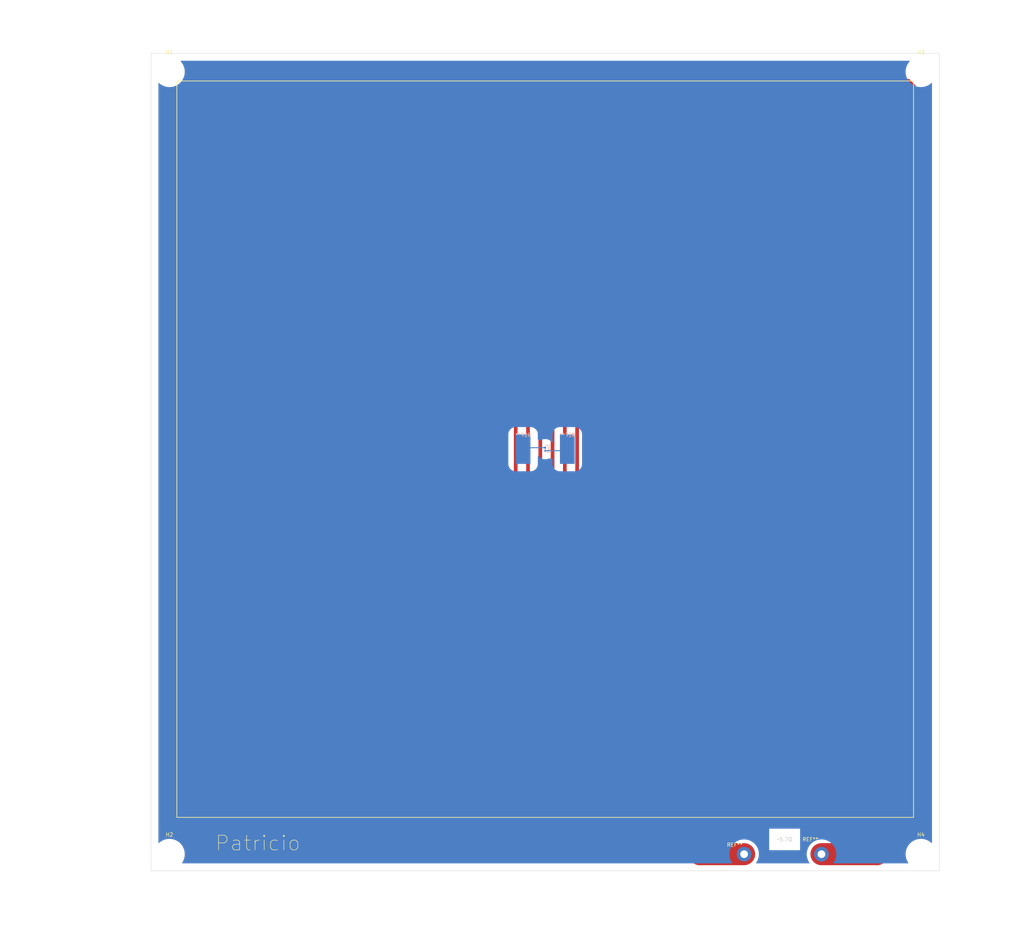
<source format=kicad_pcb>
(kicad_pcb (version 20211014) (generator pcbnew)
  (layers (0 "F.Cu" signal) (31 "B.Cu" signal) (34 "B.Paste" user) (35 "F.Paste" user) (36 "B.SilkS" user "B.Silkscreen") (37 "F.SilkS" user "F.Silkscreen") (38 "B.Mask" user) (39 "F.Mask" user) (44 "Edge.Cuts" user))
  (net 0 "")
  (net 1 "unconnected-(TH1-Pad1)")
  (net 2 "unconnected-(TH1-Pad2)")
  (footprint "MountingHole:MountingHole_4.3mm_M4" (layer "F.Cu") (at 244 262.5)
    (fp_text reference "H3" (at 0 -5.3) (layer "F.SilkS"))
    (fp_text value "MountingHole")
    (pad "" np_thru_hole circle (at 0 0) (size 4.3 4.3) (drill 4.3) (layers *.Cu *.Mask))
  )
  (footprint "My_library:through-hole-pad-bed" (layer "F.Cu") (at 196 475)
    (fp_text reference "REF**" (at -2.54 -2.54 unlocked) (layer "F.SilkS"))
    (fp_text value "through-hole-pad-bed")
    (pad "1" thru_hole circle (at 0 0) (size 4 4) (drill 2.1) (layers *.Cu *.Mask))
  )
  (footprint "MountingHole:MountingHole_4.3mm_M4" (layer "F.Cu") (at 40 475)
    (fp_text reference "H2" (at 0 -5.3) (layer "F.SilkS"))
    (fp_text value "MountingHole")
    (pad "" np_thru_hole circle (at 0 0) (size 4.3 4.3) (drill 4.3) (layers *.Cu *.Mask))
  )
  (footprint "MountingHole:MountingHole_4.3mm_M4" (layer "F.Cu") (at 40 262.5)
    (fp_text reference "H1" (at 0 -5.3) (layer "F.SilkS"))
    (fp_text value "MountingHole")
    (pad "" np_thru_hole circle (at 0 0) (size 4.3 4.3) (drill 4.3) (layers *.Cu *.Mask))
  )
  (footprint "My_library:through-hole-pad-bed" (layer "F.Cu") (at 217 475)
    (fp_text reference "REF**" (at -3 -4 unlocked) (layer "F.SilkS"))
    (fp_text value "through-hole-pad-bed")
    (pad "1" thru_hole circle (at 0 0) (size 4 4) (drill 2.1) (layers *.Cu *.Mask))
  )
  (footprint "MountingHole:MountingHole_4.3mm_M4" (layer "F.Cu") (at 244 475)
    (fp_text reference "H4" (at 0 -5.3) (layer "F.SilkS"))
    (fp_text value "MountingHole")
    (pad "" np_thru_hole circle (at 0 0) (size 4.3 4.3) (drill 4.3) (layers *.Cu *.Mask))
  )
  (footprint "Resistor_SMD:R_0201_0603Metric_Pad0.64x0.40mm_HandSolder" (layer "B.Cu") (at 142 365 90)
    (fp_text reference "TH1" (at 0 1.05 90) (layer "B.SilkS") (effects (justify mirror)))
    (fp_text value "Thermistor")
    (pad "1" smd roundrect (at -0.4075 0 90) (size 0.635 0.4) (layers "B.Cu" "B.Mask") (net 1 "unconnected-(TH1-Pad1)"))
    (pad "2" smd roundrect (at 0.4075 0 90) (size 0.635 0.4) (layers "B.Cu" "B.Mask") (net 2 "unconnected-(TH1-Pad2)"))
  )
  (footprint "Connector_Wire:SolderWirePad_1x01_SMD_5x10mm" (layer "B.Cu") (at 136 365 180)
    (fp_text reference "REF**" (at 0 3.81) (layer "B.SilkS") (effects (justify mirror)))
    (fp_text value "SolderWirePad_1x01_SMD_5x10mm")
    (pad "1" smd rect (at 0 0 180) (size 4 8) (layers "B.Cu" "B.Paste" "B.Mask") (net 2 "unconnected-(TH1-Pad2)"))
  )
  (footprint "Connector_Wire:SolderWirePad_1x01_SMD_5x10mm" (layer "B.Cu") (at 148 365 180)
    (fp_text reference "REF**" (at 0 3.81) (layer "B.SilkS") (effects (justify mirror)))
    (fp_text value "SolderWirePad_1x01_SMD_5x10mm")
    (pad "1" smd rect (at 0 0 180) (size 4 8) (layers "B.Cu" "B.Paste" "B.Mask") (net 1 "unconnected-(TH1-Pad1)"))
  )
  (gr_rect (start 42 465) (end 242 265) (layer "F.SilkS") (width 0.2) (fill none))
  (gr_rect (start 249 257.5) (end 35 479.5) (layer "Edge.Cuts") (width 0.1) (fill none))
  (gr_text "Patricio" (at 64 472) (layer "F.SilkS") (effects (font (size 4 4))))
  (gr_text "~5.7Ω" (at 207 471) (layer "Edge.Cuts") (effects (font (size 1 1))))
  (segment (start 137.333348 265) (end 137.333348 466) (width 1) (layer "F.Cu") (net 0))
  (segment (start 44.000024 465) (end 44.000024 465.333334) (width 1) (layer "F.Cu") (net 0))
  (segment (start 240.666671 265) (end 237.333338 265) (width 1) (layer "F.Cu") (net 0))
  (segment (start 242 465) (end 242 266.333329) (width 1) (layer "F.Cu") (net 0))
  (segment (start 170.666678 465) (end 167.333345 465) (width 1) (layer "F.Cu") (net 0))
  (segment (start 127.333349 265) (end 124.000016 265) (width 1) (layer "F.Cu") (net 0))
  (segment (start 77.333354 266) (end 77.333354 465) (width 1) (layer "F.Cu") (net 0))
  (segment (start 227.333339 465) (end 227.333339 265) (width 1) (layer "F.Cu") (net 0))
  (segment (start 124.000016 465) (end 120.666683 465) (width 1) (layer "F.Cu") (net 0))
  (segment (start 70.666688 265) (end 70.666688 465) (width 1) (layer "F.Cu") (net 0))
  (segment (start 220.666673 465) (end 220.666673 265) (width 1) (layer "F.Cu") (net 0))
  (segment (start 90.666686 465) (end 87.333353 465) (width 1) (layer "F.Cu") (net 0))
  (segment (start 194.000009 465) (end 194.000009 265) (width 1) (layer "F.Cu") (net 0))
  (segment (start 190.666676 265) (end 190.666676 465) (width 1) (layer "F.Cu") (net 0))
  (segment (start 80.666687 265) (end 78.333354 265) (width 1) (layer "F.Cu") (net 0))
  (segment (start 237.333338 461.666667) (end 234.000005 465) (width 1) (layer "F.Cu") (net 0))
  (segment (start 67.333355 265) (end 64.000022 265) (width 1) (layer "F.Cu") (net 0))
  (segment (start 94.000019 465) (end 94.000019 265) (width 1) (layer "F.Cu") (net 0))
  (segment (start 210.666674 465) (end 207.333341 465) (width 1) (layer "F.Cu") (net 0))
  (segment (start 147.333347 265) (end 144.000014 265) (width 1) (layer "F.Cu") (net 0))
  (segment (start 85.00002 265) (end 84.00002 266) (width 1) (layer "F.Cu") (net 0))
  (segment (start 110.666684 265) (end 110.666684 465) (width 1) (layer "F.Cu") (net 0))
  (segment (start 77.333354 465) (end 74.000021 465) (width 1) (layer "F.Cu") (net 0))
  (segment (start 184.00001 265) (end 184.00001 465) (width 1) (layer "F.Cu") (net 0))
  (segment (start 100.666685 265) (end 97.333352 265) (width 1) (layer "F.Cu") (net 0))
  (segment (start 107.333351 465) (end 107.333351 264) (width 1) (layer "F.Cu") (net 0))
  (segment (start 174.000011 265) (end 170.666678 265) (width 1) (layer "F.Cu") (net 0))
  (segment (start 237.333338 265) (end 237.333338 461) (width 1) (layer "F.Cu") (net 0))
  (segment (start 110.666684 465) (end 107.333351 465) (width 1) (layer "F.Cu") (net 0))
  (segment (start 127.333349 465) (end 127.333349 265) (width 1) (layer "F.Cu") (net 0))
  (segment (start 64.000022 465) (end 60.666689 465) (width 1) (layer "F.Cu") (net 0))
  (segment (start 60.666689 465) (end 60.666689 265) (width 1) (layer "F.Cu") (net 0))
  (segment (start 177.333344 465) (end 174.000011 465) (width 1) (layer "F.Cu") (net 0))
  (segment (start 104.000018 465) (end 100.666685 465) (width 1) (layer "F.Cu") (net 0))
  (segment (start 57.333356 465) (end 54.000023 465) (width 1) (layer "F.Cu") (net 0))
  (segment (start 114.000017 265) (end 110.666684 265) (width 1) (layer "F.Cu") (net 0))
  (segment (start 217.33334 265) (end 217.33334 465) (width 1) (layer "F.Cu") (net 0))
  (segment (start 84.00002 266) (end 84.00002 465) (width 1) (layer "F.Cu") (net 0))
  (segment (start 157.333346 265) (end 157.333346 465) (width 1) (layer "F.Cu") (net 0))
  (segment (start 60.666689 265) (end 57.333356 265) (width 1) (layer "F.Cu") (net 0))
  (segment (start 154.000013 465) (end 154.000013 265) (width 1) (layer "F.Cu") (net 0))
  (segment (start 190.666676 465) (end 187.333343 465) (width 1) (layer "F.Cu") (net 0))
  (segment (start 170.666678 265) (end 170.666678 465) (width 1) (layer "F.Cu") (net 0))
  (segment (start 97.333352 265) (end 97.333352 465) (width 1) (layer "F.Cu") (net 0))
  (segment (start 87.333353 465) (end 87.333353 265) (width 1) (layer "F.Cu") (net 0))
  (segment (start 184 475) (end 181 472) (width 6) (layer "F.Cu") (net 0))
  (segment (start 45.000024 265) (end 44.000024 266) (width 1) (layer "F.Cu") (net 0))
  (segment (start 105.000018 264) (end 104.000018 265) (width 1) (layer "F.Cu") (net 0))
  (segment (start 217.33334 465) (end 214.000007 465) (width 1) (layer "F.Cu") (net 0))
  (segment (start 50.66669 472) (end 181 472) (width 6) (layer "F.Cu") (net 0))
  (segment (start 204.000008 465) (end 200.666675 465) (width 1) (layer "F.Cu") (net 0))
  (segment (start 217 475) (end 232 475) (width 6) (layer "F.Cu") (net 0))
  (segment (start 130.666682 465) (end 127.333349 465) (width 1) (layer "F.Cu") (net 0))
  (segment (start 164.000012 265) (end 164.000012 465) (width 1) (layer "F.Cu") (net 0))
  (segment (start 230.666672 465) (end 227.333339 465) (width 1) (layer "F.Cu") (net 0))
  (segment (start 124.000016 265) (end 124.000016 465) (width 1) (layer "F.Cu") (net 0))
  (segment (start 70.666688 465) (end 67.333355 465) (width 1) (layer "F.Cu") (net 0))
  (segment (start 220.666673 265) (end 217.33334 265) (width 1) (layer "F.Cu") (net 0))
  (segment (start 107.333351 264) (end 105.000018 264) (width 1) (layer "F.Cu") (net 0))
  (segment (start 120.666683 265) (end 117.33335 265) (width 1) (layer "F.Cu") (net 0))
  (segment (start 134.000015 265) (end 130.666682 265) (width 1) (layer "F.Cu") (net 0))
  (segment (start 80.666687 465) (end 80.666687 265) (width 1) (layer "F.Cu") (net 0))
  (segment (start 227.333339 265) (end 224.000006 265) (width 1) (layer "F.Cu") (net 0))
  (segment (start 144.000014 465) (end 140.666681 465) (width 1) (layer "F.Cu") (net 0))
  (segment (start 234.000005 265) (end 230.666672 265) (width 1) (layer "F.Cu") (net 0))
  (segment (start 167.333345 265) (end 164.000012 265) (width 1) (layer "F.Cu") (net 0))
  (segment (start 207.333341 465) (end 207.333341 265) (width 1) (layer "F.Cu") (net 0))
  (segment (start 237.333338 461) (end 237.333338 461.666667) (width 1) (layer "F.Cu") (net 0))
  (segment (start 197.333342 265) (end 197.333342 465) (width 1) (layer "F.Cu") (net 0))
  (segment (start 167.333345 465) (end 167.333345 265) (width 1) (layer "F.Cu") (net 0))
  (segment (start 94.000019 265) (end 90.666686 265) (width 1) (layer "F.Cu") (net 0))
  (segment (start 67.333355 465) (end 67.333355 265) (width 1) (layer "F.Cu") (net 0))
  (segment (start 87.333353 265) (end 85.00002 265) (width 1) (layer "F.Cu") (net 0))
  (segment (start 64.000022 265) (end 64.000022 465) (width 1) (layer "F.Cu") (net 0))
  (segment (start 230.666672 265) (end 230.666672 465) (width 1) (layer "F.Cu") (net 0))
  (segment (start 187.333343 265) (end 184.00001 265) (width 1) (layer "F.Cu") (net 0))
  (segment (start 180.666677 465) (end 180.666677 265) (width 1) (layer "F.Cu") (net 0))
  (segment (start 160.666679 465) (end 160.666679 265) (width 1) (layer "F.Cu") (net 0))
  (segment (start 147.333347 465) (end 147.333347 265) (width 1) (layer "F.Cu") (net 0))
  (segment (start 224.000006 265) (end 224.000006 465) (width 1) (layer "F.Cu") (net 0))
  (segment (start 140.666681 465) (end 140.666681 266) (width 1) (layer "F.Cu") (net 0))
  (segment (start 200.666675 465) (end 200.666675 265) (width 1) (layer "F.Cu") (net 0))
  (segment (start 50.66669 266) (end 50.66669 465) (width 1) (layer "F.Cu") (net 0))
  (segment (start 144.000014 265) (end 144.000014 465) (width 1) (layer "F.Cu") (net 0))
  (segment (start 154.000013 265) (end 150.66668 265) (width 1) (layer "F.Cu") (net 0))
  (segment (start 194.000009 265) (end 190.666676 265) (width 1) (layer "F.Cu") (net 0))
  (segment (start 54.000023 465) (end 54.000023 265) (width 1) (layer "F.Cu") (net 0))
  (segment (start 117.33335 265) (end 117.33335 465) (width 1) (layer "F.Cu") (net 0))
  (segment (start 234.000005 465) (end 234.000005 265) (width 1) (layer "F.Cu") (net 0))
  (segment (start 100.666685 465) (end 100.666685 265) (width 1) (layer "F.Cu") (net 0))
  (segment (start 180.666677 265) (end 177.333344 265) (width 1) (layer "F.Cu") (net 0))
  (segment (start 135.000015 466) (end 134.000015 465) (width 1) (layer "F.Cu") (net 0))
  (segment (start 160.666679 265) (end 157.333346 265) (width 1) (layer "F.Cu") (net 0))
  (segment (start 90.666686 265) (end 90.666686 465) (width 1) (layer "F.Cu") (net 0))
  (segment (start 164.000012 465) (end 160.666679 465) (width 1) (layer "F.Cu") (net 0))
  (segment (start 44.000024 266) (end 44.000024 465) (width 1) (layer "F.Cu") (net 0))
  (segment (start 187.333343 465) (end 187.333343 265) (width 1) (layer "F.Cu") (net 0))
  (segment (start 150.66668 465) (end 147.333347 465) (width 1) (layer "F.Cu") (net 0))
  (segment (start 117.33335 465) (end 114.000017 465) (width 1) (layer "F.Cu") (net 0))
  (segment (start 57.333356 265) (end 57.333356 465) (width 1) (layer "F.Cu") (net 0))
  (segment (start 174.000011 465) (end 174.000011 265) (width 1) (layer "F.Cu") (net 0))
  (segment (start 74.000021 265) (end 70.666688 265) (width 1) (layer "F.Cu") (net 0))
  (segment (start 47.333357 465) (end 47.333357 265) (width 1) (layer "F.Cu") (net 0))
  (segment (start 242 266.333329) (end 240.666671 265) (width 1) (layer "F.Cu") (net 0))
  (segment (start 114.000017 465) (end 114.000017 265) (width 1) (layer "F.Cu") (net 0))
  (segment (start 134.000015 465) (end 134.000015 265) (width 1) (layer "F.Cu") (net 0))
  (segment (start 78.333354 265) (end 77.333354 266) (width 1) (layer "F.Cu") (net 0))
  (segment (start 232 475) (end 242 465) (width 6) (layer "F.Cu") (net 0))
  (segment (start 74.000021 465) (end 74.000021 265) (width 1) (layer "F.Cu") (net 0))
  (segment (start 210.666674 265) (end 210.666674 465) (width 1) (layer "F.Cu") (net 0))
  (segment (start 84.00002 465) (end 80.666687 465) (width 1) (layer "F.Cu") (net 0))
  (segment (start 120.666683 465) (end 120.666683 265) (width 1) (layer "F.Cu") (net 0))
  (segment (start 130.666682 265) (end 130.666682 465) (width 1) (layer "F.Cu") (net 0))
  (segment (start 196 475) (end 184 475) (width 6) (layer "F.Cu") (net 0))
  (segment (start 184.00001 465) (end 180.666677 465) (width 1) (layer "F.Cu") (net 0))
  (segment (start 140.666681 265) (end 137.333348 265) (width 1) (layer "F.Cu") (net 0))
  (segment (start 140.666681 266) (end 140.666681 265) (width 1) (layer "F.Cu") (net 0))
  (segment (start 207.333341 265) (end 204.000008 265) (width 1) (layer "F.Cu") (net 0))
  (segment (start 54.000023 265) (end 51.66669 265) (width 1) (layer "F.Cu") (net 0))
  (segment (start 150.66668 265) (end 150.66668 465) (width 1) (layer "F.Cu") (net 0))
  (segment (start 51.66669 265) (end 50.66669 266) (width 1) (layer "F.Cu") (net 0))
  (segment (start 200.666675 265) (end 197.333342 265) (width 1) (layer "F.Cu") (net 0))
  (segment (start 224.000006 465) (end 220.666673 465) (width 1) (layer "F.Cu") (net 0))
  (segment (start 204.000008 265) (end 204.000008 465) (width 1) (layer "F.Cu") (net 0))
  (segment (start 214.000007 265) (end 210.666674 265) (width 1) (layer "F.Cu") (net 0))
  (segment (start 50.66669 472) (end 44.000024 465.333334) (width 3) (layer "F.Cu") (net 0))
  (segment (start 197.333342 465) (end 194.000009 465) (width 1) (layer "F.Cu") (net 0))
  (segment (start 214.000007 465) (end 214.000007 265) (width 1) (layer "F.Cu") (net 0))
  (segment (start 104.000018 265) (end 104.000018 465) (width 1) (layer "F.Cu") (net 0))
  (segment (start 177.333344 265) (end 177.333344 465) (width 1) (layer "F.Cu") (net 0))
  (segment (start 47.333357 265) (end 45.000024 265) (width 1) (layer "F.Cu") (net 0))
  (segment (start 50.66669 465) (end 47.333357 465) (width 1) (layer "F.Cu") (net 0))
  (segment (start 157.333346 465) (end 154.000013 465) (width 1) (layer "F.Cu") (net 0))
  (segment (start 97.333352 465) (end 94.000019 465) (width 1) (layer "F.Cu") (net 0))
  (segment (start 137.333348 466) (end 135.000015 466) (width 1) (layer "F.Cu") (net 0))
  (segment (start 142 365.4075) (end 147.5925 365.4075) (width 0.25) (layer "B.Cu") (net 1))
  (segment (start 147.5925 365.4075) (end 148 365) (width 0.25) (layer "B.Cu") (net 1))
  (segment (start 136 365) (end 136.4075 364.5925) (width 0.25) (layer "B.Cu") (net 2))
  (segment (start 136.4075 364.5925) (end 142 364.5925) (width 0.25) (layer "B.Cu") (net 2))
  (zone (net 0) (net_name "") (layer "B.Cu") (connect_pads (clearance 2)) (min_thickness 0.254) (fill yes (thermal_gap 0.508) (thermal_bridge_width 0.508))
    (polygon (pts (xy 272 249) (xy 272 497) (xy -4 496) (xy -6 243)))
  )
)
</source>
